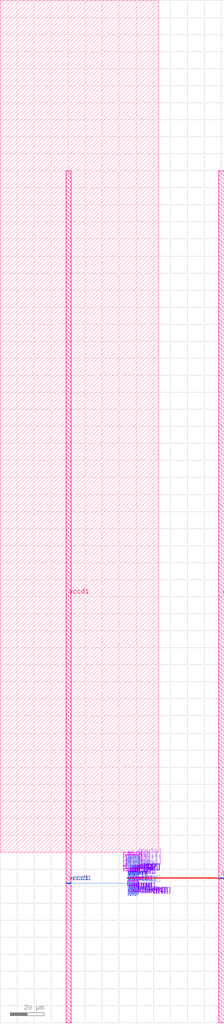
<source format=lef>
VERSION 5.7 ;
  NOWIREEXTENSIONATPIN ON ;
  DIVIDERCHAR "/" ;
  BUSBITCHARS "[]" ;
MACRO flash_array_8x8
  CLASS BLOCK ;
  FOREIGN flash_array_8x8 ;
  ORIGIN 0.000 0.000 ;
  SIZE 93.100 BY 500.000 ;
  PIN sen2
    ANTENNAGATEAREA 0.504000 ;
    PORT
      LAYER li1 ;
        RECT 75.290 -11.940 75.460 -11.925 ;
        RECT 76.730 -11.940 76.900 -11.925 ;
        RECT 78.170 -11.940 78.340 -11.925 ;
        RECT 79.610 -11.940 79.780 -11.925 ;
        RECT 75.210 -12.110 75.540 -11.940 ;
        RECT 76.650 -12.110 76.980 -11.940 ;
        RECT 78.090 -12.110 78.420 -11.940 ;
        RECT 79.530 -12.110 79.860 -11.940 ;
        RECT 75.910 -24.445 76.240 -24.275 ;
        RECT 77.350 -24.445 77.680 -24.275 ;
        RECT 78.790 -24.445 79.120 -24.275 ;
        RECT 80.230 -24.445 80.560 -24.275 ;
        RECT 75.990 -24.460 76.160 -24.445 ;
        RECT 77.430 -24.460 77.600 -24.445 ;
        RECT 78.870 -24.460 79.040 -24.445 ;
        RECT 80.310 -24.460 80.480 -24.445 ;
      LAYER mcon ;
        RECT 75.290 -12.095 75.460 -11.925 ;
        RECT 76.730 -12.095 76.900 -11.925 ;
        RECT 78.170 -12.095 78.340 -11.925 ;
        RECT 79.610 -12.095 79.780 -11.925 ;
      LAYER met1 ;
        RECT 75.005 -12.125 81.605 -11.895 ;
        RECT 81.465 -24.260 81.605 -12.125 ;
        RECT 75.005 -24.490 81.605 -24.260 ;
    END
  END sen2
  PIN sen1
    ANTENNAGATEAREA 0.504000 ;
    PORT
      LAYER li1 ;
        RECT 75.690 -12.450 76.020 -12.280 ;
        RECT 77.130 -12.450 77.460 -12.280 ;
        RECT 78.570 -12.450 78.900 -12.280 ;
        RECT 80.010 -12.450 80.340 -12.280 ;
        RECT 75.770 -12.465 75.940 -12.450 ;
        RECT 77.210 -12.465 77.380 -12.450 ;
        RECT 78.650 -12.465 78.820 -12.450 ;
        RECT 80.090 -12.465 80.260 -12.450 ;
        RECT 75.510 -23.935 75.680 -23.920 ;
        RECT 76.950 -23.935 77.120 -23.920 ;
        RECT 78.390 -23.935 78.560 -23.920 ;
        RECT 79.830 -23.935 80.000 -23.920 ;
        RECT 75.430 -24.105 75.760 -23.935 ;
        RECT 76.870 -24.105 77.200 -23.935 ;
        RECT 78.310 -24.105 78.640 -23.935 ;
        RECT 79.750 -24.105 80.080 -23.935 ;
      LAYER mcon ;
        RECT 75.510 -24.090 75.680 -23.920 ;
        RECT 76.950 -24.090 77.120 -23.920 ;
        RECT 78.390 -24.090 78.560 -23.920 ;
        RECT 79.830 -24.090 80.000 -23.920 ;
      LAYER met1 ;
        RECT 75.005 -12.495 81.325 -12.265 ;
        RECT 81.185 -23.890 81.325 -12.495 ;
        RECT 75.005 -24.120 81.325 -23.890 ;
    END
  END sen1
  PIN BL[7]
    ANTENNAGATEAREA 0.126000 ;
    ANTENNADIFFAREA 0.273000 ;
    PORT
      LAYER li1 ;
        RECT 80.240 -2.240 80.570 -2.070 ;
        RECT 80.240 -8.900 80.570 -8.730 ;
        RECT 80.085 -13.735 80.415 -13.565 ;
      LAYER mcon ;
        RECT 80.320 -2.240 80.490 -2.070 ;
        RECT 80.320 -8.900 80.490 -8.730 ;
        RECT 80.165 -13.735 80.335 -13.565 ;
      LAYER met1 ;
        RECT 80.320 -2.040 80.490 -1.905 ;
        RECT 80.260 -2.270 80.550 -2.040 ;
        RECT 80.320 -8.700 80.490 -2.270 ;
        RECT 80.260 -8.930 80.550 -8.700 ;
        RECT 80.320 -10.455 80.490 -8.930 ;
        RECT 80.275 -10.595 80.490 -10.455 ;
        RECT 80.275 -10.895 80.415 -10.595 ;
        RECT 80.155 -11.215 80.415 -10.895 ;
        RECT 80.090 -13.765 80.410 -13.505 ;
      LAYER via ;
        RECT 80.155 -11.185 80.415 -10.925 ;
        RECT 80.120 -13.765 80.380 -13.505 ;
      LAYER met2 ;
        RECT 80.155 -11.215 80.415 -10.895 ;
        RECT 80.155 -13.505 80.295 -11.215 ;
        RECT 80.090 -13.765 80.410 -13.505 ;
    END
  END BL[7]
  PIN BL[6]
    ANTENNAGATEAREA 0.126000 ;
    ANTENNADIFFAREA 0.273000 ;
    PORT
      LAYER li1 ;
        RECT 79.520 -2.240 79.850 -2.070 ;
        RECT 79.520 -8.900 79.850 -8.730 ;
        RECT 79.675 -22.800 80.005 -22.630 ;
      LAYER mcon ;
        RECT 79.600 -2.240 79.770 -2.070 ;
        RECT 79.600 -8.900 79.770 -8.730 ;
        RECT 79.755 -22.800 79.925 -22.630 ;
      LAYER met1 ;
        RECT 79.600 -2.040 79.770 -1.905 ;
        RECT 79.540 -2.270 79.830 -2.040 ;
        RECT 79.600 -8.700 79.770 -2.270 ;
        RECT 79.540 -8.930 79.830 -8.700 ;
        RECT 79.600 -10.455 79.770 -8.930 ;
        RECT 79.600 -10.595 79.835 -10.455 ;
        RECT 79.695 -10.895 79.835 -10.595 ;
        RECT 79.695 -11.155 80.015 -10.895 ;
        RECT 79.680 -22.860 80.000 -22.600 ;
      LAYER via ;
        RECT 79.725 -11.155 79.985 -10.895 ;
        RECT 79.710 -22.860 79.970 -22.600 ;
      LAYER met2 ;
        RECT 79.695 -11.155 80.015 -10.895 ;
        RECT 79.795 -22.600 79.935 -11.155 ;
        RECT 79.680 -22.860 80.000 -22.600 ;
    END
  END BL[6]
  PIN BL[5]
    ANTENNAGATEAREA 0.126000 ;
    ANTENNADIFFAREA 0.273000 ;
    PORT
      LAYER li1 ;
        RECT 78.800 -2.240 79.130 -2.070 ;
        RECT 78.800 -8.900 79.130 -8.730 ;
        RECT 78.645 -13.735 78.975 -13.565 ;
      LAYER mcon ;
        RECT 78.880 -2.240 79.050 -2.070 ;
        RECT 78.880 -8.900 79.050 -8.730 ;
        RECT 78.725 -13.735 78.895 -13.565 ;
      LAYER met1 ;
        RECT 78.880 -2.040 79.050 -1.905 ;
        RECT 78.820 -2.270 79.110 -2.040 ;
        RECT 78.880 -8.700 79.050 -2.270 ;
        RECT 78.820 -8.930 79.110 -8.700 ;
        RECT 78.880 -10.455 79.050 -8.930 ;
        RECT 78.835 -10.595 79.050 -10.455 ;
        RECT 78.835 -10.895 78.975 -10.595 ;
        RECT 78.715 -11.215 78.975 -10.895 ;
        RECT 78.650 -13.765 78.970 -13.505 ;
      LAYER via ;
        RECT 78.715 -11.185 78.975 -10.925 ;
        RECT 78.680 -13.765 78.940 -13.505 ;
      LAYER met2 ;
        RECT 78.715 -11.215 78.975 -10.895 ;
        RECT 78.715 -13.505 78.855 -11.215 ;
        RECT 78.650 -13.765 78.970 -13.505 ;
    END
  END BL[5]
  PIN BL[4]
    ANTENNAGATEAREA 0.126000 ;
    ANTENNADIFFAREA 0.273000 ;
    PORT
      LAYER li1 ;
        RECT 78.080 -2.240 78.410 -2.070 ;
        RECT 78.080 -8.900 78.410 -8.730 ;
        RECT 78.235 -22.800 78.565 -22.630 ;
      LAYER mcon ;
        RECT 78.160 -2.240 78.330 -2.070 ;
        RECT 78.160 -8.900 78.330 -8.730 ;
        RECT 78.315 -22.800 78.485 -22.630 ;
      LAYER met1 ;
        RECT 78.160 -2.040 78.330 -1.905 ;
        RECT 78.100 -2.270 78.390 -2.040 ;
        RECT 78.160 -8.700 78.330 -2.270 ;
        RECT 78.100 -8.930 78.390 -8.700 ;
        RECT 78.160 -10.455 78.330 -8.930 ;
        RECT 78.160 -10.595 78.395 -10.455 ;
        RECT 78.255 -10.895 78.395 -10.595 ;
        RECT 78.255 -11.155 78.575 -10.895 ;
        RECT 78.240 -22.860 78.560 -22.600 ;
      LAYER via ;
        RECT 78.285 -11.155 78.545 -10.895 ;
        RECT 78.270 -22.860 78.530 -22.600 ;
      LAYER met2 ;
        RECT 78.255 -11.155 78.575 -10.895 ;
        RECT 78.355 -22.600 78.495 -11.155 ;
        RECT 78.240 -22.860 78.560 -22.600 ;
    END
  END BL[4]
  PIN BL[3]
    ANTENNAGATEAREA 0.126000 ;
    ANTENNADIFFAREA 0.273000 ;
    PORT
      LAYER li1 ;
        RECT 77.360 -2.240 77.690 -2.070 ;
        RECT 77.360 -8.900 77.690 -8.730 ;
        RECT 77.205 -13.735 77.535 -13.565 ;
      LAYER mcon ;
        RECT 77.440 -2.240 77.610 -2.070 ;
        RECT 77.440 -8.900 77.610 -8.730 ;
        RECT 77.285 -13.735 77.455 -13.565 ;
      LAYER met1 ;
        RECT 77.440 -2.040 77.610 -1.905 ;
        RECT 77.380 -2.270 77.670 -2.040 ;
        RECT 77.440 -8.700 77.610 -2.270 ;
        RECT 77.380 -8.930 77.670 -8.700 ;
        RECT 77.440 -10.455 77.610 -8.930 ;
        RECT 77.395 -10.595 77.610 -10.455 ;
        RECT 77.395 -10.895 77.535 -10.595 ;
        RECT 77.275 -11.215 77.535 -10.895 ;
        RECT 77.210 -13.765 77.530 -13.505 ;
      LAYER via ;
        RECT 77.275 -11.185 77.535 -10.925 ;
        RECT 77.240 -13.765 77.500 -13.505 ;
      LAYER met2 ;
        RECT 77.275 -11.215 77.535 -10.895 ;
        RECT 77.275 -13.505 77.415 -11.215 ;
        RECT 77.210 -13.765 77.530 -13.505 ;
    END
  END BL[3]
  PIN BL[2]
    ANTENNAGATEAREA 0.126000 ;
    ANTENNADIFFAREA 0.273000 ;
    PORT
      LAYER li1 ;
        RECT 76.640 -2.240 76.970 -2.070 ;
        RECT 76.640 -8.900 76.970 -8.730 ;
        RECT 76.795 -22.800 77.125 -22.630 ;
      LAYER mcon ;
        RECT 76.720 -2.240 76.890 -2.070 ;
        RECT 76.720 -8.900 76.890 -8.730 ;
        RECT 76.875 -22.800 77.045 -22.630 ;
      LAYER met1 ;
        RECT 76.720 -2.040 76.890 -1.905 ;
        RECT 76.660 -2.270 76.950 -2.040 ;
        RECT 76.720 -8.700 76.890 -2.270 ;
        RECT 76.660 -8.930 76.950 -8.700 ;
        RECT 76.720 -10.455 76.890 -8.930 ;
        RECT 76.720 -10.595 76.955 -10.455 ;
        RECT 76.815 -10.895 76.955 -10.595 ;
        RECT 76.815 -11.155 77.135 -10.895 ;
        RECT 76.800 -22.860 77.120 -22.600 ;
      LAYER via ;
        RECT 76.845 -11.155 77.105 -10.895 ;
        RECT 76.830 -22.860 77.090 -22.600 ;
      LAYER met2 ;
        RECT 76.815 -11.155 77.135 -10.895 ;
        RECT 76.915 -22.600 77.055 -11.155 ;
        RECT 76.800 -22.860 77.120 -22.600 ;
    END
  END BL[2]
  PIN BL[1]
    ANTENNAGATEAREA 0.126000 ;
    ANTENNADIFFAREA 0.273000 ;
    PORT
      LAYER li1 ;
        RECT 75.920 -2.240 76.250 -2.070 ;
        RECT 75.920 -8.900 76.250 -8.730 ;
        RECT 75.765 -13.735 76.095 -13.565 ;
      LAYER mcon ;
        RECT 76.000 -2.240 76.170 -2.070 ;
        RECT 76.000 -8.900 76.170 -8.730 ;
        RECT 75.845 -13.735 76.015 -13.565 ;
      LAYER met1 ;
        RECT 76.000 -2.040 76.170 -1.905 ;
        RECT 75.940 -2.270 76.230 -2.040 ;
        RECT 76.000 -8.700 76.170 -2.270 ;
        RECT 75.940 -8.930 76.230 -8.700 ;
        RECT 76.000 -10.455 76.170 -8.930 ;
        RECT 75.955 -10.595 76.170 -10.455 ;
        RECT 75.955 -10.895 76.095 -10.595 ;
        RECT 75.835 -11.215 76.095 -10.895 ;
        RECT 75.770 -13.765 76.090 -13.505 ;
      LAYER via ;
        RECT 75.835 -11.185 76.095 -10.925 ;
        RECT 75.800 -13.765 76.060 -13.505 ;
      LAYER met2 ;
        RECT 75.835 -11.215 76.095 -10.895 ;
        RECT 75.835 -13.505 75.975 -11.215 ;
        RECT 75.770 -13.765 76.090 -13.505 ;
    END
  END BL[1]
  PIN BL[0]
    ANTENNAGATEAREA 0.126000 ;
    ANTENNADIFFAREA 0.273000 ;
    PORT
      LAYER li1 ;
        RECT 75.200 -2.240 75.530 -2.070 ;
        RECT 75.200 -8.900 75.530 -8.730 ;
        RECT 75.355 -22.800 75.685 -22.630 ;
      LAYER mcon ;
        RECT 75.280 -2.240 75.450 -2.070 ;
        RECT 75.280 -8.900 75.450 -8.730 ;
        RECT 75.435 -22.800 75.605 -22.630 ;
      LAYER met1 ;
        RECT 75.280 -2.040 75.450 -1.905 ;
        RECT 75.220 -2.270 75.510 -2.040 ;
        RECT 75.280 -8.700 75.450 -2.270 ;
        RECT 75.220 -8.930 75.510 -8.700 ;
        RECT 75.280 -10.455 75.450 -8.930 ;
        RECT 75.280 -10.595 75.515 -10.455 ;
        RECT 75.375 -10.895 75.515 -10.595 ;
        RECT 75.375 -11.155 75.695 -10.895 ;
        RECT 75.360 -22.860 75.680 -22.600 ;
      LAYER via ;
        RECT 75.405 -11.155 75.665 -10.895 ;
        RECT 75.390 -22.860 75.650 -22.600 ;
      LAYER met2 ;
        RECT 75.375 -11.155 75.695 -10.895 ;
        RECT 75.475 -22.600 75.615 -11.155 ;
        RECT 75.360 -22.860 75.680 -22.600 ;
    END
  END BL[0]
  PIN VBPW
    ANTENNADIFFAREA 8.913650 ;
    PORT
      LAYER li1 ;
        RECT 74.090 -1.730 81.670 -1.560 ;
        RECT 81.340 -3.260 81.670 -3.090 ;
        RECT 74.090 -3.690 74.420 -3.520 ;
        RECT 81.340 -4.120 81.670 -3.950 ;
        RECT 74.090 -4.550 74.420 -4.380 ;
        RECT 74.090 -6.590 74.420 -6.420 ;
        RECT 81.340 -7.020 81.670 -6.850 ;
        RECT 74.090 -7.450 74.420 -7.280 ;
        RECT 81.340 -7.880 81.670 -7.710 ;
        RECT 74.105 -9.410 81.670 -9.240 ;
      LAYER mcon ;
        RECT 74.170 -1.730 74.340 -1.560 ;
        RECT 81.420 -1.730 81.590 -1.560 ;
        RECT 81.420 -3.260 81.590 -3.090 ;
        RECT 74.170 -3.690 74.340 -3.520 ;
        RECT 81.420 -4.120 81.590 -3.950 ;
        RECT 74.170 -4.550 74.340 -4.380 ;
        RECT 74.170 -6.590 74.340 -6.420 ;
        RECT 81.420 -7.020 81.590 -6.850 ;
        RECT 74.170 -7.450 74.340 -7.280 ;
        RECT 81.420 -7.880 81.590 -7.710 ;
        RECT 74.185 -9.410 74.355 -9.240 ;
        RECT 81.420 -9.410 81.590 -9.240 ;
      LAYER met1 ;
        RECT 74.110 -1.760 74.400 -1.530 ;
        RECT 81.360 -1.760 81.650 -1.530 ;
        RECT 74.170 -3.490 74.340 -1.760 ;
        RECT 81.420 -3.060 81.590 -1.760 ;
        RECT 81.390 -3.290 81.620 -3.060 ;
        RECT 74.140 -3.720 74.370 -3.490 ;
        RECT 74.170 -4.350 74.340 -3.720 ;
        RECT 81.420 -3.920 81.590 -3.290 ;
        RECT 81.390 -4.150 81.620 -3.920 ;
        RECT 74.140 -4.580 74.370 -4.350 ;
        RECT 74.170 -6.390 74.340 -4.580 ;
        RECT 74.140 -6.620 74.370 -6.390 ;
        RECT 74.170 -7.250 74.340 -6.620 ;
        RECT 81.420 -6.820 81.590 -4.150 ;
        RECT 81.390 -7.050 81.620 -6.820 ;
        RECT 74.140 -7.480 74.370 -7.250 ;
        RECT 74.170 -8.010 74.340 -7.480 ;
        RECT 81.420 -7.680 81.590 -7.050 ;
        RECT 81.390 -7.910 81.620 -7.680 ;
        RECT 74.185 -9.210 74.355 -8.010 ;
        RECT 81.420 -9.210 81.590 -7.910 ;
        RECT 74.125 -9.440 74.415 -9.210 ;
        RECT 81.360 -9.440 81.650 -9.210 ;
    END
  END VBPW
  PIN SSL[1]
    ANTENNAGATEAREA 1.680000 ;
    PORT
      LAYER li1 ;
        RECT 80.860 -8.515 81.190 -8.345 ;
    END
  END SSL[1]
  PIN out[6]
    ANTENNADIFFAREA 0.111300 ;
    PORT
      LAYER li1 ;
        RECT 79.840 -25.055 80.010 -24.635 ;
    END
  END out[6]
  PIN out[4]
    ANTENNADIFFAREA 0.111300 ;
    PORT
      LAYER li1 ;
        RECT 78.400 -25.055 78.570 -24.635 ;
    END
  END out[4]
  PIN out[2]
    ANTENNADIFFAREA 0.111300 ;
    PORT
      LAYER li1 ;
        RECT 76.960 -25.055 77.130 -24.635 ;
    END
  END out[2]
  PIN out[0]
    ANTENNADIFFAREA 0.111300 ;
    PORT
      LAYER li1 ;
        RECT 75.520 -25.055 75.690 -24.635 ;
    END
  END out[0]
  PIN WL1[1]
    ANTENNAGATEAREA 0.792000 ;
    PORT
      LAYER li1 ;
        RECT 80.860 -7.450 81.190 -7.280 ;
    END
  END WL1[1]
  PIN WL1[0]
    ANTENNAGATEAREA 0.792000 ;
    PORT
      LAYER li1 ;
        RECT 74.580 -7.880 74.910 -7.710 ;
    END
  END WL1[0]
  PIN WL1[3]
    ANTENNAGATEAREA 0.792000 ;
    PORT
      LAYER li1 ;
        RECT 80.860 -6.590 81.190 -6.420 ;
    END
  END WL1[3]
  PIN WL1[2]
    ANTENNAGATEAREA 0.792000 ;
    PORT
      LAYER li1 ;
        RECT 74.580 -7.020 74.910 -6.850 ;
    END
  END WL1[2]
  PIN SL
    ANTENNADIFFAREA 1.344000 ;
    PORT
      LAYER li1 ;
        RECT 75.005 -5.570 80.765 -5.400 ;
    END
  END SL
  PIN GSL[1]
    ANTENNAGATEAREA 1.680000 ;
    PORT
      LAYER li1 ;
        RECT 74.535 -5.905 74.865 -5.735 ;
    END
  END GSL[1]
  PIN GSL[0]
    ANTENNAGATEAREA 1.680000 ;
    PORT
      LAYER li1 ;
        RECT 74.535 -5.235 74.865 -5.065 ;
    END
  END GSL[0]
  PIN WL0[3]
    ANTENNAGATEAREA 0.792000 ;
    PORT
      LAYER li1 ;
        RECT 80.860 -4.550 81.190 -4.380 ;
    END
  END WL0[3]
  PIN WL0[2]
    ANTENNAGATEAREA 0.792000 ;
    PORT
      LAYER li1 ;
        RECT 74.580 -4.120 74.910 -3.950 ;
    END
  END WL0[2]
  PIN WL0[1]
    ANTENNAGATEAREA 0.792000 ;
    PORT
      LAYER li1 ;
        RECT 80.860 -3.690 81.190 -3.520 ;
    END
  END WL0[1]
  PIN WL0[0]
    ANTENNAGATEAREA 0.792000 ;
    PORT
      LAYER li1 ;
        RECT 74.580 -3.260 74.910 -3.090 ;
    END
  END WL0[0]
  PIN SSL[0]
    ANTENNAGATEAREA 1.680000 ;
    PORT
      LAYER li1 ;
        RECT 80.860 -2.625 81.190 -2.455 ;
    END
  END SSL[0]
  PIN out[7]
    ANTENNADIFFAREA 0.111300 ;
    PORT
      LAYER li1 ;
        RECT 80.080 -11.750 80.250 -11.330 ;
      LAYER mcon ;
        RECT 80.080 -11.625 80.250 -11.455 ;
      LAYER met1 ;
        RECT 80.435 -11.395 80.695 -11.380 ;
        RECT 79.990 -11.685 80.695 -11.395 ;
        RECT 80.435 -11.700 80.695 -11.685 ;
      LAYER via ;
        RECT 80.435 -11.670 80.695 -11.410 ;
      LAYER met2 ;
        RECT 80.435 -11.700 80.695 -11.380 ;
        RECT 80.555 -25.430 80.695 -11.700 ;
    END
  END out[7]
  PIN out_en[3]
    ANTENNAGATEAREA 0.126000 ;
    PORT
      LAYER li1 ;
        RECT 79.440 -11.140 80.545 -10.970 ;
        RECT 79.440 -11.680 79.610 -11.140 ;
        RECT 79.440 -25.415 79.875 -25.245 ;
      LAYER met1 ;
        RECT 79.395 -11.755 79.655 -11.435 ;
        RECT 79.395 -25.490 79.655 -25.170 ;
      LAYER via ;
        RECT 79.395 -11.725 79.655 -11.465 ;
        RECT 79.395 -25.460 79.655 -25.200 ;
      LAYER met2 ;
        RECT 79.395 -11.755 79.655 -11.435 ;
        RECT 79.395 -25.170 79.535 -11.755 ;
        RECT 79.395 -25.490 79.655 -25.170 ;
    END
  END out_en[3]
  PIN out[5]
    ANTENNADIFFAREA 0.111300 ;
    PORT
      LAYER li1 ;
        RECT 78.640 -11.750 78.810 -11.330 ;
      LAYER mcon ;
        RECT 78.640 -11.625 78.810 -11.455 ;
      LAYER met1 ;
        RECT 78.995 -11.395 79.255 -11.380 ;
        RECT 78.550 -11.685 79.255 -11.395 ;
        RECT 78.995 -11.700 79.255 -11.685 ;
      LAYER via ;
        RECT 78.995 -11.670 79.255 -11.410 ;
      LAYER met2 ;
        RECT 78.995 -11.700 79.255 -11.380 ;
        RECT 79.115 -25.430 79.255 -11.700 ;
    END
  END out[5]
  PIN out_en[2]
    ANTENNAGATEAREA 0.126000 ;
    PORT
      LAYER li1 ;
        RECT 78.000 -11.140 79.105 -10.970 ;
        RECT 78.000 -11.680 78.170 -11.140 ;
        RECT 78.000 -25.415 78.435 -25.245 ;
      LAYER met1 ;
        RECT 77.955 -11.755 78.215 -11.435 ;
        RECT 77.955 -25.490 78.215 -25.170 ;
      LAYER via ;
        RECT 77.955 -11.725 78.215 -11.465 ;
        RECT 77.955 -25.460 78.215 -25.200 ;
      LAYER met2 ;
        RECT 77.955 -11.755 78.215 -11.435 ;
        RECT 77.955 -25.170 78.095 -11.755 ;
        RECT 77.955 -25.490 78.215 -25.170 ;
    END
  END out_en[2]
  PIN out[3]
    ANTENNADIFFAREA 0.111300 ;
    PORT
      LAYER li1 ;
        RECT 77.200 -11.750 77.370 -11.330 ;
      LAYER mcon ;
        RECT 77.200 -11.625 77.370 -11.455 ;
      LAYER met1 ;
        RECT 77.555 -11.395 77.815 -11.380 ;
        RECT 77.110 -11.685 77.815 -11.395 ;
        RECT 77.555 -11.700 77.815 -11.685 ;
      LAYER via ;
        RECT 77.555 -11.670 77.815 -11.410 ;
      LAYER met2 ;
        RECT 77.555 -11.700 77.815 -11.380 ;
        RECT 77.675 -25.430 77.815 -11.700 ;
    END
  END out[3]
  PIN out_en[1]
    ANTENNAGATEAREA 0.126000 ;
    PORT
      LAYER li1 ;
        RECT 76.560 -11.140 77.665 -10.970 ;
        RECT 76.560 -11.680 76.730 -11.140 ;
        RECT 76.560 -25.415 76.995 -25.245 ;
      LAYER met1 ;
        RECT 76.515 -11.755 76.775 -11.435 ;
        RECT 76.515 -25.490 76.775 -25.170 ;
      LAYER via ;
        RECT 76.515 -11.725 76.775 -11.465 ;
        RECT 76.515 -25.460 76.775 -25.200 ;
      LAYER met2 ;
        RECT 76.515 -11.755 76.775 -11.435 ;
        RECT 76.515 -25.170 76.655 -11.755 ;
        RECT 76.515 -25.490 76.775 -25.170 ;
    END
  END out_en[1]
  PIN out[1]
    ANTENNADIFFAREA 0.111300 ;
    PORT
      LAYER li1 ;
        RECT 75.760 -11.750 75.930 -11.330 ;
      LAYER mcon ;
        RECT 75.760 -11.625 75.930 -11.455 ;
      LAYER met1 ;
        RECT 76.115 -11.395 76.375 -11.380 ;
        RECT 75.670 -11.685 76.375 -11.395 ;
        RECT 76.115 -11.700 76.375 -11.685 ;
      LAYER via ;
        RECT 76.115 -11.670 76.375 -11.410 ;
      LAYER met2 ;
        RECT 76.115 -11.700 76.375 -11.380 ;
        RECT 76.235 -25.430 76.375 -11.700 ;
    END
  END out[1]
  PIN out_en[0]
    ANTENNAGATEAREA 0.126000 ;
    PORT
      LAYER li1 ;
        RECT 75.120 -11.140 76.225 -10.970 ;
        RECT 75.120 -11.680 75.290 -11.140 ;
        RECT 75.120 -25.415 75.555 -25.245 ;
      LAYER met1 ;
        RECT 75.075 -11.755 75.335 -11.435 ;
        RECT 75.075 -25.490 75.335 -25.170 ;
      LAYER via ;
        RECT 75.075 -11.725 75.335 -11.465 ;
        RECT 75.075 -25.460 75.335 -25.200 ;
      LAYER met2 ;
        RECT 75.075 -11.755 75.335 -11.435 ;
        RECT 75.075 -25.170 75.215 -11.755 ;
        RECT 75.075 -25.490 75.335 -25.170 ;
    END
  END out_en[0]
  PIN vccd1
    DIRECTION INOUT ;
    USE POWER ;
    PORT
      LAYER nwell ;
        RECT 74.840 -19.565 80.945 -16.815 ;
      LAYER li1 ;
        RECT 75.640 -18.105 75.810 -17.010 ;
        RECT 77.080 -18.105 77.250 -17.010 ;
        RECT 78.520 -18.105 78.690 -17.010 ;
        RECT 79.960 -18.105 80.130 -17.010 ;
        RECT 75.005 -18.275 80.765 -18.105 ;
        RECT 75.640 -19.370 75.810 -18.275 ;
        RECT 77.080 -19.370 77.250 -18.275 ;
        RECT 78.520 -19.370 78.690 -18.275 ;
        RECT 79.960 -19.370 80.130 -18.275 ;
      LAYER mcon ;
        RECT 75.640 -18.275 75.810 -18.105 ;
        RECT 77.080 -18.275 77.250 -18.105 ;
        RECT 78.520 -18.275 78.690 -18.105 ;
        RECT 79.960 -18.275 80.130 -18.105 ;
      LAYER met1 ;
        RECT 74.615 -18.075 74.935 -18.060 ;
        RECT 74.615 -18.305 80.765 -18.075 ;
        RECT 74.615 -18.320 74.935 -18.305 ;
      LAYER via ;
        RECT 74.645 -18.320 74.905 -18.060 ;
      LAYER met2 ;
        RECT 38.685 -18.120 41.785 -18.050 ;
        RECT 74.615 -18.120 74.935 -18.060 ;
        RECT 38.685 -18.260 74.935 -18.120 ;
        RECT 38.685 -18.330 41.785 -18.260 ;
        RECT 74.615 -18.320 74.935 -18.260 ;
      LAYER via2 ;
        RECT 39.060 -18.330 39.340 -18.050 ;
        RECT 39.460 -18.330 39.740 -18.050 ;
        RECT 39.860 -18.330 40.140 -18.050 ;
        RECT 40.260 -18.330 40.540 -18.050 ;
        RECT 40.660 -18.330 40.940 -18.050 ;
        RECT 41.060 -18.330 41.340 -18.050 ;
        RECT 41.460 -18.330 41.740 -18.050 ;
      LAYER met3 ;
        RECT 38.685 -18.390 41.785 -17.990 ;
      LAYER via3 ;
        RECT 39.040 -18.350 39.360 -18.030 ;
        RECT 39.440 -18.350 39.760 -18.030 ;
        RECT 39.840 -18.350 40.160 -18.030 ;
        RECT 40.240 -18.350 40.560 -18.030 ;
        RECT 40.640 -18.350 40.960 -18.030 ;
        RECT 41.040 -18.350 41.360 -18.030 ;
        RECT 41.440 -18.350 41.760 -18.030 ;
      LAYER met4 ;
        RECT 38.685 -100.000 41.785 400.000 ;
    END
  END vccd1
  PIN vssd1
    DIRECTION INOUT ;
    USE GROUND ;
    PORT
      LAYER li1 ;
        RECT 75.855 -13.965 76.025 -13.905 ;
        RECT 77.295 -13.965 77.465 -13.905 ;
        RECT 78.735 -13.965 78.905 -13.905 ;
        RECT 80.175 -13.965 80.345 -13.905 ;
        RECT 75.835 -14.135 76.025 -13.965 ;
        RECT 77.275 -14.135 77.465 -13.965 ;
        RECT 78.715 -14.135 78.905 -13.965 ;
        RECT 80.155 -14.135 80.345 -13.965 ;
        RECT 75.855 -14.655 76.025 -14.135 ;
        RECT 77.295 -14.655 77.465 -14.135 ;
        RECT 78.735 -14.655 78.905 -14.135 ;
        RECT 80.175 -14.655 80.345 -14.135 ;
        RECT 75.560 -15.275 75.890 -15.105 ;
        RECT 77.000 -15.275 77.330 -15.105 ;
        RECT 78.440 -15.275 78.770 -15.105 ;
        RECT 79.880 -15.275 80.210 -15.105 ;
        RECT 75.640 -15.920 75.810 -15.275 ;
        RECT 77.080 -15.920 77.250 -15.275 ;
        RECT 78.520 -15.920 78.690 -15.275 ;
        RECT 79.960 -15.920 80.130 -15.275 ;
        RECT 75.640 -21.090 75.810 -20.460 ;
        RECT 77.080 -21.090 77.250 -20.460 ;
        RECT 78.520 -21.090 78.690 -20.460 ;
        RECT 79.960 -21.090 80.130 -20.460 ;
        RECT 75.560 -21.260 75.890 -21.090 ;
        RECT 77.000 -21.260 77.330 -21.090 ;
        RECT 78.440 -21.260 78.770 -21.090 ;
        RECT 79.880 -21.260 80.210 -21.090 ;
        RECT 75.425 -22.230 75.595 -21.710 ;
        RECT 76.865 -22.230 77.035 -21.710 ;
        RECT 78.305 -22.230 78.475 -21.710 ;
        RECT 79.745 -22.230 79.915 -21.710 ;
        RECT 75.425 -22.400 75.615 -22.230 ;
        RECT 76.865 -22.400 77.055 -22.230 ;
        RECT 78.305 -22.400 78.495 -22.230 ;
        RECT 79.745 -22.400 79.935 -22.230 ;
        RECT 75.425 -22.460 75.595 -22.400 ;
        RECT 76.865 -22.460 77.035 -22.400 ;
        RECT 78.305 -22.460 78.475 -22.400 ;
        RECT 79.745 -22.460 79.915 -22.400 ;
      LAYER mcon ;
        RECT 75.835 -14.135 76.005 -13.965 ;
        RECT 77.275 -14.135 77.445 -13.965 ;
        RECT 78.715 -14.135 78.885 -13.965 ;
        RECT 80.155 -14.135 80.325 -13.965 ;
        RECT 75.640 -15.275 75.810 -15.105 ;
        RECT 77.080 -15.275 77.250 -15.105 ;
        RECT 78.520 -15.275 78.690 -15.105 ;
        RECT 79.960 -15.275 80.130 -15.105 ;
        RECT 75.640 -21.260 75.810 -21.090 ;
        RECT 77.080 -21.260 77.250 -21.090 ;
        RECT 78.520 -21.260 78.690 -21.090 ;
        RECT 79.960 -21.260 80.130 -21.090 ;
        RECT 75.445 -22.400 75.615 -22.230 ;
        RECT 76.885 -22.400 77.055 -22.230 ;
        RECT 78.325 -22.400 78.495 -22.230 ;
        RECT 79.765 -22.400 79.935 -22.230 ;
      LAYER met1 ;
        RECT 75.805 -14.195 76.035 -13.905 ;
        RECT 77.245 -14.195 77.475 -13.905 ;
        RECT 78.685 -14.195 78.915 -13.905 ;
        RECT 80.125 -14.195 80.355 -13.905 ;
        RECT 75.805 -15.075 75.945 -14.195 ;
        RECT 77.245 -15.075 77.385 -14.195 ;
        RECT 78.685 -15.075 78.825 -14.195 ;
        RECT 80.125 -15.075 80.265 -14.195 ;
        RECT 74.615 -15.120 74.935 -15.085 ;
        RECT 75.580 -15.120 75.945 -15.075 ;
        RECT 77.020 -15.120 77.385 -15.075 ;
        RECT 78.460 -15.120 78.825 -15.075 ;
        RECT 79.900 -15.120 80.265 -15.075 ;
        RECT 74.615 -15.305 81.045 -15.120 ;
        RECT 74.615 -15.345 74.935 -15.305 ;
        RECT 80.905 -21.060 81.045 -15.305 ;
        RECT 75.005 -21.245 81.045 -21.060 ;
        RECT 75.505 -21.290 75.870 -21.245 ;
        RECT 76.945 -21.290 77.310 -21.245 ;
        RECT 78.385 -21.290 78.750 -21.245 ;
        RECT 79.825 -21.290 80.190 -21.245 ;
        RECT 75.505 -22.170 75.645 -21.290 ;
        RECT 76.945 -22.170 77.085 -21.290 ;
        RECT 78.385 -22.170 78.525 -21.290 ;
        RECT 79.825 -22.170 79.965 -21.290 ;
        RECT 75.415 -22.460 75.645 -22.170 ;
        RECT 76.855 -22.460 77.085 -22.170 ;
        RECT 78.295 -22.460 78.525 -22.170 ;
        RECT 79.735 -22.460 79.965 -22.170 ;
      LAYER via ;
        RECT 74.645 -15.345 74.905 -15.085 ;
      LAYER met2 ;
        RECT 74.565 -15.355 74.935 -15.075 ;
      LAYER via2 ;
        RECT 74.610 -15.355 74.890 -15.075 ;
      LAYER met3 ;
        RECT 128.685 -15.050 131.785 -15.015 ;
        RECT 74.585 -15.380 131.785 -15.050 ;
        RECT 128.685 -15.415 131.785 -15.380 ;
      LAYER via3 ;
        RECT 128.690 -15.375 129.010 -15.055 ;
        RECT 129.090 -15.375 129.410 -15.055 ;
        RECT 129.490 -15.375 129.810 -15.055 ;
        RECT 129.890 -15.375 130.210 -15.055 ;
        RECT 130.290 -15.375 130.610 -15.055 ;
        RECT 130.690 -15.375 131.010 -15.055 ;
        RECT 131.090 -15.375 131.410 -15.055 ;
      LAYER met4 ;
        RECT 128.685 -100.000 131.785 400.000 ;
    END
  END vssd1
  OBS
      LAYER nwell ;
        RECT 72.490 -1.430 83.280 0.000 ;
        RECT 72.490 -8.010 73.920 -1.430 ;
        RECT 72.505 -8.140 73.920 -8.010 ;
        RECT 72.505 -9.540 73.935 -8.140 ;
        RECT 81.850 -9.540 83.280 -1.430 ;
        RECT 72.505 -10.970 83.280 -9.540 ;
      LAYER li1 ;
        RECT 75.570 -0.350 75.900 -0.180 ;
        RECT 77.010 -0.350 77.340 -0.180 ;
        RECT 78.450 -0.350 78.780 -0.180 ;
        RECT 79.890 -0.350 80.220 -0.180 ;
        RECT 75.570 -10.790 75.900 -10.620 ;
        RECT 77.010 -10.790 77.340 -10.620 ;
        RECT 78.450 -10.790 78.780 -10.620 ;
        RECT 79.890 -10.790 80.220 -10.620 ;
        RECT 76.190 -11.455 76.360 -11.330 ;
        RECT 77.630 -11.455 77.800 -11.330 ;
        RECT 79.070 -11.455 79.240 -11.330 ;
        RECT 80.510 -11.455 80.680 -11.330 ;
        RECT 76.160 -11.625 76.360 -11.455 ;
        RECT 77.600 -11.625 77.800 -11.455 ;
        RECT 79.040 -11.625 79.240 -11.455 ;
        RECT 80.480 -11.625 80.680 -11.455 ;
        RECT 76.190 -12.670 76.360 -11.625 ;
        RECT 77.630 -12.670 77.800 -11.625 ;
        RECT 79.070 -12.670 79.240 -11.625 ;
        RECT 80.510 -12.670 80.680 -11.625 ;
        RECT 75.055 -13.050 75.400 -12.880 ;
        RECT 75.640 -13.220 75.810 -12.755 ;
        RECT 76.155 -12.775 76.360 -12.670 ;
        RECT 76.155 -12.800 76.325 -12.775 ;
        RECT 76.070 -13.130 76.325 -12.800 ;
        RECT 76.495 -13.050 76.840 -12.880 ;
        RECT 76.155 -13.175 76.325 -13.130 ;
        RECT 77.080 -13.220 77.250 -12.755 ;
        RECT 77.595 -12.775 77.800 -12.670 ;
        RECT 77.595 -12.800 77.765 -12.775 ;
        RECT 77.510 -13.130 77.765 -12.800 ;
        RECT 77.935 -13.050 78.280 -12.880 ;
        RECT 77.595 -13.175 77.765 -13.130 ;
        RECT 78.520 -13.220 78.690 -12.755 ;
        RECT 79.035 -12.775 79.240 -12.670 ;
        RECT 79.035 -12.800 79.205 -12.775 ;
        RECT 78.950 -13.130 79.205 -12.800 ;
        RECT 79.375 -13.050 79.720 -12.880 ;
        RECT 79.035 -13.175 79.205 -13.130 ;
        RECT 79.960 -13.220 80.130 -12.755 ;
        RECT 80.475 -12.775 80.680 -12.670 ;
        RECT 80.475 -12.800 80.645 -12.775 ;
        RECT 80.390 -13.130 80.645 -12.800 ;
        RECT 80.475 -13.175 80.645 -13.130 ;
        RECT 75.425 -13.390 75.810 -13.220 ;
        RECT 76.865 -13.390 77.250 -13.220 ;
        RECT 78.305 -13.390 78.690 -13.220 ;
        RECT 79.745 -13.390 80.130 -13.220 ;
        RECT 75.425 -14.655 75.595 -13.390 ;
        RECT 76.865 -14.655 77.035 -13.390 ;
        RECT 78.305 -14.655 78.475 -13.390 ;
        RECT 79.745 -14.655 79.915 -13.390 ;
        RECT 75.090 -14.950 75.305 -14.780 ;
        RECT 76.145 -14.950 76.360 -14.780 ;
        RECT 75.090 -15.590 75.260 -14.950 ;
        RECT 76.190 -15.590 76.360 -14.950 ;
        RECT 75.090 -15.920 75.380 -15.590 ;
        RECT 76.070 -15.920 76.360 -15.590 ;
        RECT 75.090 -16.590 75.260 -15.920 ;
        RECT 75.430 -16.170 75.600 -16.090 ;
        RECT 76.190 -16.170 76.360 -15.920 ;
        RECT 75.430 -16.340 76.360 -16.170 ;
        RECT 75.430 -16.420 75.600 -16.340 ;
        RECT 75.850 -16.590 76.020 -16.510 ;
        RECT 75.090 -16.760 76.020 -16.590 ;
        RECT 75.090 -17.060 75.260 -16.760 ;
        RECT 75.850 -16.840 76.020 -16.760 ;
        RECT 75.090 -17.730 75.380 -17.060 ;
        RECT 76.190 -17.140 76.360 -16.340 ;
        RECT 75.990 -17.310 76.360 -17.140 ;
        RECT 76.190 -17.480 76.360 -17.310 ;
        RECT 75.990 -17.650 76.360 -17.480 ;
        RECT 75.090 -17.835 75.260 -17.730 ;
        RECT 76.190 -17.835 76.360 -17.650 ;
        RECT 76.530 -14.950 76.745 -14.780 ;
        RECT 77.585 -14.950 77.800 -14.780 ;
        RECT 76.530 -15.590 76.700 -14.950 ;
        RECT 77.630 -15.590 77.800 -14.950 ;
        RECT 76.530 -15.920 76.820 -15.590 ;
        RECT 77.510 -15.920 77.800 -15.590 ;
        RECT 76.530 -16.590 76.700 -15.920 ;
        RECT 76.870 -16.170 77.040 -16.090 ;
        RECT 77.630 -16.170 77.800 -15.920 ;
        RECT 76.870 -16.340 77.800 -16.170 ;
        RECT 76.870 -16.420 77.040 -16.340 ;
        RECT 77.290 -16.590 77.460 -16.510 ;
        RECT 76.530 -16.760 77.460 -16.590 ;
        RECT 76.530 -17.060 76.700 -16.760 ;
        RECT 77.290 -16.840 77.460 -16.760 ;
        RECT 76.530 -17.730 76.820 -17.060 ;
        RECT 77.630 -17.140 77.800 -16.340 ;
        RECT 77.430 -17.310 77.800 -17.140 ;
        RECT 77.630 -17.480 77.800 -17.310 ;
        RECT 77.430 -17.650 77.800 -17.480 ;
        RECT 76.530 -17.835 76.700 -17.730 ;
        RECT 77.630 -17.835 77.800 -17.650 ;
        RECT 77.970 -14.950 78.185 -14.780 ;
        RECT 79.025 -14.950 79.240 -14.780 ;
        RECT 77.970 -15.590 78.140 -14.950 ;
        RECT 79.070 -15.590 79.240 -14.950 ;
        RECT 77.970 -15.920 78.260 -15.590 ;
        RECT 78.950 -15.920 79.240 -15.590 ;
        RECT 77.970 -16.590 78.140 -15.920 ;
        RECT 78.310 -16.170 78.480 -16.090 ;
        RECT 79.070 -16.170 79.240 -15.920 ;
        RECT 78.310 -16.340 79.240 -16.170 ;
        RECT 78.310 -16.420 78.480 -16.340 ;
        RECT 78.730 -16.590 78.900 -16.510 ;
        RECT 77.970 -16.760 78.900 -16.590 ;
        RECT 77.970 -17.060 78.140 -16.760 ;
        RECT 78.730 -16.840 78.900 -16.760 ;
        RECT 77.970 -17.730 78.260 -17.060 ;
        RECT 79.070 -17.140 79.240 -16.340 ;
        RECT 78.870 -17.310 79.240 -17.140 ;
        RECT 79.070 -17.480 79.240 -17.310 ;
        RECT 78.870 -17.650 79.240 -17.480 ;
        RECT 77.970 -17.835 78.140 -17.730 ;
        RECT 79.070 -17.835 79.240 -17.650 ;
        RECT 79.410 -14.950 79.625 -14.780 ;
        RECT 80.465 -14.950 80.680 -14.780 ;
        RECT 79.410 -15.590 79.580 -14.950 ;
        RECT 80.510 -15.590 80.680 -14.950 ;
        RECT 79.410 -15.920 79.700 -15.590 ;
        RECT 80.390 -15.920 80.680 -15.590 ;
        RECT 79.410 -16.590 79.580 -15.920 ;
        RECT 79.750 -16.170 79.920 -16.090 ;
        RECT 80.510 -16.170 80.680 -15.920 ;
        RECT 79.750 -16.340 80.680 -16.170 ;
        RECT 79.750 -16.420 79.920 -16.340 ;
        RECT 80.170 -16.590 80.340 -16.510 ;
        RECT 79.410 -16.760 80.340 -16.590 ;
        RECT 79.410 -17.060 79.580 -16.760 ;
        RECT 80.170 -16.840 80.340 -16.760 ;
        RECT 79.410 -17.730 79.700 -17.060 ;
        RECT 80.510 -17.140 80.680 -16.340 ;
        RECT 80.310 -17.310 80.680 -17.140 ;
        RECT 80.510 -17.480 80.680 -17.310 ;
        RECT 80.310 -17.650 80.680 -17.480 ;
        RECT 79.410 -17.835 79.580 -17.730 ;
        RECT 80.510 -17.835 80.680 -17.650 ;
        RECT 75.090 -18.730 75.260 -18.545 ;
        RECT 76.190 -18.730 76.360 -18.545 ;
        RECT 75.090 -18.900 75.460 -18.730 ;
        RECT 75.990 -18.900 76.360 -18.730 ;
        RECT 75.090 -19.070 75.260 -18.900 ;
        RECT 76.190 -19.070 76.360 -18.900 ;
        RECT 75.090 -19.240 75.460 -19.070 ;
        RECT 75.990 -19.240 76.360 -19.070 ;
        RECT 75.090 -20.040 75.260 -19.240 ;
        RECT 75.430 -19.620 75.600 -19.540 ;
        RECT 76.190 -19.620 76.360 -19.240 ;
        RECT 75.430 -19.790 76.360 -19.620 ;
        RECT 75.430 -19.870 75.600 -19.790 ;
        RECT 75.850 -20.040 76.020 -19.960 ;
        RECT 75.090 -20.210 76.020 -20.040 ;
        RECT 75.090 -20.525 75.260 -20.210 ;
        RECT 75.850 -20.290 76.020 -20.210 ;
        RECT 76.190 -20.525 76.360 -19.790 ;
        RECT 75.090 -20.695 75.460 -20.525 ;
        RECT 75.990 -20.695 76.360 -20.525 ;
        RECT 75.090 -21.415 75.260 -20.695 ;
        RECT 76.190 -21.415 76.360 -20.695 ;
        RECT 75.090 -21.585 75.305 -21.415 ;
        RECT 76.145 -21.585 76.360 -21.415 ;
        RECT 76.530 -18.730 76.700 -18.545 ;
        RECT 77.630 -18.730 77.800 -18.545 ;
        RECT 76.530 -18.900 76.900 -18.730 ;
        RECT 77.430 -18.900 77.800 -18.730 ;
        RECT 76.530 -19.070 76.700 -18.900 ;
        RECT 77.630 -19.070 77.800 -18.900 ;
        RECT 76.530 -19.240 76.900 -19.070 ;
        RECT 77.430 -19.240 77.800 -19.070 ;
        RECT 76.530 -20.040 76.700 -19.240 ;
        RECT 76.870 -19.620 77.040 -19.540 ;
        RECT 77.630 -19.620 77.800 -19.240 ;
        RECT 76.870 -19.790 77.800 -19.620 ;
        RECT 76.870 -19.870 77.040 -19.790 ;
        RECT 77.290 -20.040 77.460 -19.960 ;
        RECT 76.530 -20.210 77.460 -20.040 ;
        RECT 76.530 -20.525 76.700 -20.210 ;
        RECT 77.290 -20.290 77.460 -20.210 ;
        RECT 77.630 -20.525 77.800 -19.790 ;
        RECT 76.530 -20.695 76.900 -20.525 ;
        RECT 77.430 -20.695 77.800 -20.525 ;
        RECT 76.530 -21.415 76.700 -20.695 ;
        RECT 77.630 -21.415 77.800 -20.695 ;
        RECT 76.530 -21.585 76.745 -21.415 ;
        RECT 77.585 -21.585 77.800 -21.415 ;
        RECT 77.970 -18.730 78.140 -18.545 ;
        RECT 79.070 -18.730 79.240 -18.545 ;
        RECT 77.970 -18.900 78.340 -18.730 ;
        RECT 78.870 -18.900 79.240 -18.730 ;
        RECT 77.970 -19.070 78.140 -18.900 ;
        RECT 79.070 -19.070 79.240 -18.900 ;
        RECT 77.970 -19.240 78.340 -19.070 ;
        RECT 78.870 -19.240 79.240 -19.070 ;
        RECT 77.970 -20.040 78.140 -19.240 ;
        RECT 78.310 -19.620 78.480 -19.540 ;
        RECT 79.070 -19.620 79.240 -19.240 ;
        RECT 78.310 -19.790 79.240 -19.620 ;
        RECT 78.310 -19.870 78.480 -19.790 ;
        RECT 78.730 -20.040 78.900 -19.960 ;
        RECT 77.970 -20.210 78.900 -20.040 ;
        RECT 77.970 -20.525 78.140 -20.210 ;
        RECT 78.730 -20.290 78.900 -20.210 ;
        RECT 79.070 -20.525 79.240 -19.790 ;
        RECT 77.970 -20.695 78.340 -20.525 ;
        RECT 78.870 -20.695 79.240 -20.525 ;
        RECT 77.970 -21.415 78.140 -20.695 ;
        RECT 79.070 -21.415 79.240 -20.695 ;
        RECT 77.970 -21.585 78.185 -21.415 ;
        RECT 79.025 -21.585 79.240 -21.415 ;
        RECT 79.410 -18.730 79.580 -18.545 ;
        RECT 80.510 -18.730 80.680 -18.545 ;
        RECT 79.410 -18.900 79.780 -18.730 ;
        RECT 80.310 -18.900 80.680 -18.730 ;
        RECT 79.410 -19.070 79.580 -18.900 ;
        RECT 80.510 -19.070 80.680 -18.900 ;
        RECT 79.410 -19.240 79.780 -19.070 ;
        RECT 80.310 -19.240 80.680 -19.070 ;
        RECT 79.410 -20.040 79.580 -19.240 ;
        RECT 79.750 -19.620 79.920 -19.540 ;
        RECT 80.510 -19.620 80.680 -19.240 ;
        RECT 79.750 -19.790 80.680 -19.620 ;
        RECT 79.750 -19.870 79.920 -19.790 ;
        RECT 80.170 -20.040 80.340 -19.960 ;
        RECT 79.410 -20.210 80.340 -20.040 ;
        RECT 79.410 -20.525 79.580 -20.210 ;
        RECT 80.170 -20.290 80.340 -20.210 ;
        RECT 80.510 -20.525 80.680 -19.790 ;
        RECT 79.410 -20.695 79.780 -20.525 ;
        RECT 80.310 -20.695 80.680 -20.525 ;
        RECT 79.410 -21.415 79.580 -20.695 ;
        RECT 80.510 -21.415 80.680 -20.695 ;
        RECT 79.410 -21.585 79.625 -21.415 ;
        RECT 80.465 -21.585 80.680 -21.415 ;
        RECT 75.855 -22.975 76.025 -21.710 ;
        RECT 77.295 -22.975 77.465 -21.710 ;
        RECT 78.735 -22.975 78.905 -21.710 ;
        RECT 80.175 -22.975 80.345 -21.710 ;
        RECT 75.640 -23.145 76.025 -22.975 ;
        RECT 77.080 -23.145 77.465 -22.975 ;
        RECT 78.520 -23.145 78.905 -22.975 ;
        RECT 79.960 -23.145 80.345 -22.975 ;
        RECT 75.090 -23.315 75.260 -23.190 ;
        RECT 75.090 -23.485 75.460 -23.315 ;
        RECT 75.090 -25.055 75.260 -23.485 ;
        RECT 75.640 -23.610 75.810 -23.145 ;
        RECT 76.190 -23.315 76.360 -23.190 ;
        RECT 76.050 -23.485 76.360 -23.315 ;
        RECT 76.190 -23.610 76.360 -23.485 ;
        RECT 76.530 -23.315 76.700 -23.190 ;
        RECT 76.530 -23.485 76.900 -23.315 ;
        RECT 76.530 -25.055 76.700 -23.485 ;
        RECT 77.080 -23.610 77.250 -23.145 ;
        RECT 77.630 -23.315 77.800 -23.190 ;
        RECT 77.490 -23.485 77.800 -23.315 ;
        RECT 77.630 -23.610 77.800 -23.485 ;
        RECT 77.970 -23.315 78.140 -23.190 ;
        RECT 77.970 -23.485 78.340 -23.315 ;
        RECT 77.970 -25.055 78.140 -23.485 ;
        RECT 78.520 -23.610 78.690 -23.145 ;
        RECT 79.070 -23.315 79.240 -23.190 ;
        RECT 78.930 -23.485 79.240 -23.315 ;
        RECT 79.070 -23.610 79.240 -23.485 ;
        RECT 79.410 -23.315 79.580 -23.190 ;
        RECT 79.410 -23.485 79.780 -23.315 ;
        RECT 79.410 -25.055 79.580 -23.485 ;
        RECT 79.960 -23.610 80.130 -23.145 ;
        RECT 80.510 -23.315 80.680 -23.190 ;
        RECT 80.370 -23.485 80.680 -23.315 ;
        RECT 80.510 -23.610 80.680 -23.485 ;
      LAYER mcon ;
        RECT 75.105 -13.050 75.275 -12.880 ;
        RECT 76.140 -13.050 76.310 -12.880 ;
        RECT 76.545 -13.050 76.715 -12.880 ;
        RECT 77.580 -13.050 77.750 -12.880 ;
        RECT 77.985 -13.050 78.155 -12.880 ;
        RECT 79.020 -13.050 79.190 -12.880 ;
        RECT 79.425 -13.050 79.595 -12.880 ;
        RECT 80.460 -13.050 80.630 -12.880 ;
        RECT 75.135 -14.950 75.305 -14.780 ;
        RECT 76.575 -14.950 76.745 -14.780 ;
        RECT 78.015 -14.950 78.185 -14.780 ;
        RECT 79.455 -14.950 79.625 -14.780 ;
        RECT 75.135 -21.585 75.305 -21.415 ;
        RECT 76.575 -21.585 76.745 -21.415 ;
        RECT 78.015 -21.585 78.185 -21.415 ;
        RECT 79.455 -21.585 79.625 -21.415 ;
        RECT 75.105 -23.485 75.275 -23.315 ;
        RECT 76.175 -23.485 76.345 -23.315 ;
        RECT 76.545 -23.485 76.715 -23.315 ;
        RECT 77.615 -23.485 77.785 -23.315 ;
        RECT 77.985 -23.485 78.155 -23.315 ;
        RECT 79.055 -23.485 79.225 -23.315 ;
        RECT 79.425 -23.485 79.595 -23.315 ;
        RECT 80.495 -23.485 80.665 -23.315 ;
      LAYER met1 ;
        RECT 75.075 -13.110 75.305 -12.820 ;
        RECT 76.110 -13.110 76.375 -12.820 ;
        RECT 75.075 -14.750 75.215 -13.110 ;
        RECT 76.235 -14.750 76.375 -13.110 ;
        RECT 75.075 -14.980 75.365 -14.750 ;
        RECT 76.085 -14.980 76.375 -14.750 ;
        RECT 76.515 -13.110 76.745 -12.820 ;
        RECT 77.550 -13.110 77.815 -12.820 ;
        RECT 76.515 -14.750 76.655 -13.110 ;
        RECT 77.675 -14.750 77.815 -13.110 ;
        RECT 76.515 -14.980 76.805 -14.750 ;
        RECT 77.525 -14.980 77.815 -14.750 ;
        RECT 77.955 -13.110 78.185 -12.820 ;
        RECT 78.990 -13.110 79.255 -12.820 ;
        RECT 77.955 -14.750 78.095 -13.110 ;
        RECT 79.115 -14.750 79.255 -13.110 ;
        RECT 77.955 -14.980 78.245 -14.750 ;
        RECT 78.965 -14.980 79.255 -14.750 ;
        RECT 79.395 -13.110 79.625 -12.820 ;
        RECT 80.430 -13.110 80.695 -12.820 ;
        RECT 79.395 -14.750 79.535 -13.110 ;
        RECT 80.555 -14.750 80.695 -13.110 ;
        RECT 79.395 -14.980 79.685 -14.750 ;
        RECT 80.405 -14.980 80.695 -14.750 ;
        RECT 75.075 -21.615 75.365 -21.385 ;
        RECT 76.085 -21.615 76.375 -21.385 ;
        RECT 75.075 -23.255 75.215 -21.615 ;
        RECT 76.235 -23.255 76.375 -21.615 ;
        RECT 75.075 -23.545 75.305 -23.255 ;
        RECT 76.145 -23.545 76.375 -23.255 ;
        RECT 76.515 -21.615 76.805 -21.385 ;
        RECT 77.525 -21.615 77.815 -21.385 ;
        RECT 76.515 -23.255 76.655 -21.615 ;
        RECT 77.675 -23.255 77.815 -21.615 ;
        RECT 76.515 -23.545 76.745 -23.255 ;
        RECT 77.585 -23.545 77.815 -23.255 ;
        RECT 77.955 -21.615 78.245 -21.385 ;
        RECT 78.965 -21.615 79.255 -21.385 ;
        RECT 77.955 -23.255 78.095 -21.615 ;
        RECT 79.115 -23.255 79.255 -21.615 ;
        RECT 77.955 -23.545 78.185 -23.255 ;
        RECT 79.025 -23.545 79.255 -23.255 ;
        RECT 79.395 -21.615 79.685 -21.385 ;
        RECT 80.405 -21.615 80.695 -21.385 ;
        RECT 79.395 -23.255 79.535 -21.615 ;
        RECT 80.555 -23.255 80.695 -21.615 ;
        RECT 79.395 -23.545 79.625 -23.255 ;
        RECT 80.465 -23.545 80.695 -23.255 ;
  END
END flash_array_8x8
END LIBRARY


</source>
